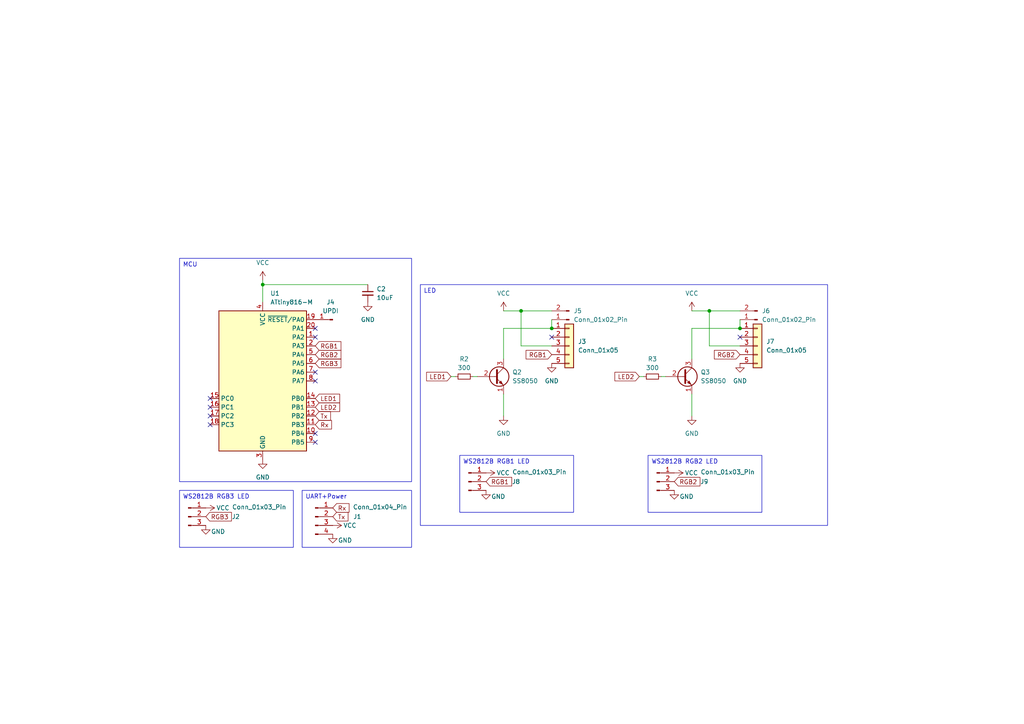
<source format=kicad_sch>
(kicad_sch (version 20250114) (generator "eeschema") (generator_version "9.0")
  (paper "A4")
  (lib_symbols
    (symbol "Connector:Conn_01x01_Pin" (pin_names (offset 1.016) (hide yes))
      (property "Reference" "J" (at 0 2.54 0))
      (property "Value" "Conn_01x01_Pin" (at 0 -2.54 0))
      (symbol "Conn_01x01_Pin_1_1"
        (rectangle (start 0.8636 0.127) (end 0 -0.127) (stroke (width 0.1524)) (fill (type outline)))
        (polyline (pts (xy 1.27 0) (xy 0.8636 0)) (stroke (width 0.1524)))
        (pin passive line (at 5.08 0 180) (length 3.81) (name "Pin_1") (number "1"))
      )
    )
    (symbol "Connector:Conn_01x02_Pin" (pin_names (offset 1.016) (hide yes))
      (property "Reference" "J" (at 0 2.54 0))
      (property "Value" "Conn_01x02_Pin" (at 0 -5.08 0))
      (symbol "Conn_01x02_Pin_1_1"
        (rectangle (start 0.8636 0.127) (end 0 -0.127) (stroke (width 0.1524)) (fill (type outline)))
        (rectangle (start 0.8636 -2.413) (end 0 -2.667) (stroke (width 0.1524)) (fill (type outline)))
        (polyline (pts (xy 1.27 0) (xy 0.8636 0)) (stroke (width 0.1524)))
        (polyline (pts (xy 1.27 -2.54) (xy 0.8636 -2.54)) (stroke (width 0.1524)))
        (pin passive line (at 5.08 0 180) (length 3.81) (name "Pin_1") (number "1"))
        (pin passive line (at 5.08 -2.54 180) (length 3.81) (name "Pin_2") (number "2"))
      )
    )
    (symbol "Connector:Conn_01x03_Pin" (pin_names (offset 1.016) (hide yes))
      (property "Reference" "J" (at 0 5.08 0))
      (property "Value" "Conn_01x03_Pin" (at 0 -5.08 0))
      (symbol "Conn_01x03_Pin_1_1"
        (rectangle (start 0.8636 2.667) (end 0 2.413) (stroke (width 0.1524)) (fill (type outline)))
        (rectangle (start 0.8636 0.127) (end 0 -0.127) (stroke (width 0.1524)) (fill (type outline)))
        (rectangle (start 0.8636 -2.413) (end 0 -2.667) (stroke (width 0.1524)) (fill (type outline)))
        (polyline (pts (xy 1.27 2.54) (xy 0.8636 2.54)) (stroke (width 0.1524)))
        (polyline (pts (xy 1.27 0) (xy 0.8636 0)) (stroke (width 0.1524)))
        (polyline (pts (xy 1.27 -2.54) (xy 0.8636 -2.54)) (stroke (width 0.1524)))
        (pin passive line (at 5.08 2.54 180) (length 3.81) (name "Pin_1") (number "1"))
        (pin passive line (at 5.08 0 180) (length 3.81) (name "Pin_2") (number "2"))
        (pin passive line (at 5.08 -2.54 180) (length 3.81) (name "Pin_3") (number "3"))
      )
    )
    (symbol "Connector:Conn_01x04_Pin" (pin_names (offset 1.016) (hide yes))
      (property "Reference" "J" (at 0 5.08 0))
      (property "Value" "Conn_01x04_Pin" (at 0 -7.62 0))
      (symbol "Conn_01x04_Pin_1_1"
        (rectangle (start 0.8636 2.667) (end 0 2.413) (stroke (width 0.1524)) (fill (type outline)))
        (rectangle (start 0.8636 0.127) (end 0 -0.127) (stroke (width 0.1524)) (fill (type outline)))
        (rectangle (start 0.8636 -2.413) (end 0 -2.667) (stroke (width 0.1524)) (fill (type outline)))
        (rectangle (start 0.8636 -4.953) (end 0 -5.207) (stroke (width 0.1524)) (fill (type outline)))
        (polyline (pts (xy 1.27 2.54) (xy 0.8636 2.54)) (stroke (width 0.1524)))
        (polyline (pts (xy 1.27 0) (xy 0.8636 0)) (stroke (width 0.1524)))
        (polyline (pts (xy 1.27 -2.54) (xy 0.8636 -2.54)) (stroke (width 0.1524)))
        (polyline (pts (xy 1.27 -5.08) (xy 0.8636 -5.08)) (stroke (width 0.1524)))
        (pin passive line (at 5.08 2.54 180) (length 3.81) (name "Pin_1") (number "1"))
        (pin passive line (at 5.08 0 180) (length 3.81) (name "Pin_2") (number "2"))
        (pin passive line (at 5.08 -2.54 180) (length 3.81) (name "Pin_3") (number "3"))
        (pin passive line (at 5.08 -5.08 180) (length 3.81) (name "Pin_4") (number "4"))
      )
    )
    (symbol "Connector_Generic:Conn_01x05" (pin_names (offset 1.016) (hide yes))
      (property "Reference" "J" (at 0 7.62 0))
      (property "Value" "Conn_01x05" (at 0 -7.62 0))
      (symbol "Conn_01x05_1_1"
        (rectangle (start -1.27 6.35) (end 1.27 -6.35) (stroke (width 0.254)) (fill (type background)))
        (rectangle (start -1.27 5.207) (end 0 4.953) (stroke (width 0.1524)))
        (rectangle (start -1.27 2.667) (end 0 2.413) (stroke (width 0.1524)))
        (rectangle (start -1.27 0.127) (end 0 -0.127) (stroke (width 0.1524)))
        (rectangle (start -1.27 -2.413) (end 0 -2.667) (stroke (width 0.1524)))
        (rectangle (start -1.27 -4.953) (end 0 -5.207) (stroke (width 0.1524)))
        (pin passive line (at -5.08 5.08 0) (length 3.81) (name "Pin_1") (number "1"))
        (pin passive line (at -5.08 2.54 0) (length 3.81) (name "Pin_2") (number "2"))
        (pin passive line (at -5.08 0 0) (length 3.81) (name "Pin_3") (number "3"))
        (pin passive line (at -5.08 -2.54 0) (length 3.81) (name "Pin_4") (number "4"))
        (pin passive line (at -5.08 -5.08 0) (length 3.81) (name "Pin_5") (number "5"))
      )
    )
    (symbol "Device:C_Small" (pin_numbers (hide yes)) (pin_names (offset 0.254) (hide yes))
      (property "Reference" "C" (at 0.254 1.778 0))
      (property "Value" "C_Small" (at 0.254 -2.032 0))
      (symbol "C_Small_0_1"
        (polyline (pts (xy -1.524 0.508) (xy 1.524 0.508)) (stroke (width 0.3048)))
        (polyline (pts (xy -1.524 -0.508) (xy 1.524 -0.508)) (stroke (width 0.3302)))
      )
      (symbol "C_Small_1_1"
        (pin passive line (at 0 2.54 270) (length 2.032) (name "~") (number "1"))
        (pin passive line (at 0 -2.54 90) (length 2.032) (name "~") (number "2"))
      )
    )
    (symbol "Device:R_Small" (pin_numbers (hide yes)) (pin_names (offset 0.254) (hide yes))
      (property "Reference" "R" (at 0.762 0.508 0))
      (property "Value" "R_Small" (at 0.762 -1.016 0))
      (symbol "R_Small_0_1"
        (rectangle (start -0.762 1.778) (end 0.762 -1.778) (stroke (width 0.2032)))
      )
      (symbol "R_Small_1_1"
        (pin passive line (at 0 2.54 270) (length 0.762) (name "~") (number "1"))
        (pin passive line (at 0 -2.54 90) (length 0.762) (name "~") (number "2"))
      )
    )
    (symbol "MCU_Microchip_ATtiny:ATtiny816-M"
      (property "Reference" "U" (at -12.7 21.59 0))
      (property "Value" "ATtiny816-M" (at 2.54 -21.59 0))
      (symbol "ATtiny816-M_0_1"
        (rectangle (start -12.7 -20.32) (end 12.7 20.32) (stroke (width 0.254)) (fill (type background)))
      )
      (symbol "ATtiny816-M_1_1"
        (pin bidirectional line (at -15.24 -5.08 0) (length 2.54) (name "PC0") (number "15"))
        (pin bidirectional line (at -15.24 -7.62 0) (length 2.54) (name "PC1") (number "16"))
        (pin bidirectional line (at -15.24 -10.16 0) (length 2.54) (name "PC2") (number "17"))
        (pin bidirectional line (at -15.24 -12.7 0) (length 2.54) (name "PC3") (number "18"))
        (pin power_in line (at 0 22.86 270) (length 2.54) (name "VCC") (number "4"))
        (pin passive line (at 0 -22.86 90) (length 2.54) (hide yes) (name "GND") (number "21"))
        (pin power_in line (at 0 -22.86 90) (length 2.54) (name "GND") (number "3"))
        (pin bidirectional line (at 15.24 17.78 180) (length 2.54) (name "~{RESET}/PA0") (number "19"))
        (pin bidirectional line (at 15.24 15.24 180) (length 2.54) (name "PA1") (number "20"))
        (pin bidirectional line (at 15.24 12.7 180) (length 2.54) (name "PA2") (number "1"))
        (pin bidirectional line (at 15.24 10.16 180) (length 2.54) (name "PA3") (number "2"))
        (pin bidirectional line (at 15.24 7.62 180) (length 2.54) (name "PA4") (number "5"))
        (pin bidirectional line (at 15.24 5.08 180) (length 2.54) (name "PA5") (number "6"))
        (pin bidirectional line (at 15.24 2.54 180) (length 2.54) (name "PA6") (number "7"))
        (pin bidirectional line (at 15.24 0 180) (length 2.54) (name "PA7") (number "8"))
        (pin bidirectional line (at 15.24 -5.08 180) (length 2.54) (name "PB0") (number "14"))
        (pin bidirectional line (at 15.24 -7.62 180) (length 2.54) (name "PB1") (number "13"))
        (pin bidirectional line (at 15.24 -10.16 180) (length 2.54) (name "PB2") (number "12"))
        (pin bidirectional line (at 15.24 -12.7 180) (length 2.54) (name "PB3") (number "11"))
        (pin bidirectional line (at 15.24 -15.24 180) (length 2.54) (name "PB4") (number "10"))
        (pin bidirectional line (at 15.24 -17.78 180) (length 2.54) (name "PB5") (number "9"))
      )
    )
    (symbol "Transistor_BJT:S8050" (pin_names (offset 0) (hide yes))
      (property "Reference" "Q" (at 5.08 1.905 0))
      (property "Value" "S8050" (at 5.08 0 0))
      (symbol "S8050_0_1"
        (polyline (pts (xy 0 0) (xy 0.635 0)))
        (polyline (pts (xy 0.635 1.905) (xy 0.635 -1.905) (xy 0.635 -1.905)) (stroke (width 0.508)))
        (polyline (pts (xy 0.635 0.635) (xy 2.54 2.54)))
        (polyline (pts (xy 0.635 -0.635) (xy 2.54 -2.54) (xy 2.54 -2.54)))
        (circle (center 1.27 0) (radius 2.8194) (stroke (width 0.254)))
        (polyline (pts (xy 1.27 -1.778) (xy 1.778 -1.27) (xy 2.286 -2.286) (xy 1.27 -1.778) (xy 1.27 -1.778)) (fill (type outline)))
      )
      (symbol "S8050_1_1"
        (pin input line (at -5.08 0 0) (length 5.08) (name "B") (number "2"))
        (pin passive line (at 2.54 5.08 270) (length 2.54) (name "C") (number "3"))
        (pin passive line (at 2.54 -5.08 90) (length 2.54) (name "E") (number "1"))
      )
    )
    (symbol "power:GND" (power) (pin_names (offset 0))
      (property "Value" "GND" (at 0 -3.81 0))
      (symbol "GND_0_1"
        (polyline (pts (xy 0 0) (xy 0 -1.27) (xy 1.27 -1.27) (xy 0 -2.54) (xy -1.27 -1.27) (xy 0 -1.27)))
      )
      (symbol "GND_1_1"
        (pin power_in line (at 0 0 270) (length 0) (hide yes) (name "GND") (number "1"))
      )
    )
    (symbol "power:VCC" (power) (pin_names (offset 0))
      (property "Value" "VCC" (at 0 3.81 0))
      (symbol "VCC_0_1"
        (polyline (pts (xy -0.762 1.27) (xy 0 2.54)))
        (polyline (pts (xy 0 2.54) (xy 0.762 1.27)))
        (polyline (pts (xy 0 0) (xy 0 2.54)))
      )
      (symbol "VCC_1_1"
        (pin power_in line (at 0 0 90) (length 0) (hide yes) (name "VCC") (number "1"))
      )
    )
  )
  (text_box "LED" (at 121.92 82.55 0) (size 118.11 69.85) (margins 0.9525 0.9525 0.9525 0.9525) (effects (font (size 1.27 1.27)) (justify left top)))
  (text_box "MCU" (at 52.07 74.93 0) (size 67.31 64.77) (margins 0.9525 0.9525 0.9525 0.9525) (effects (font (size 1.27 1.27)) (justify left top)))
  (text_box "WS2812B RGB2 LED" (at 187.96 132.08 0) (size 33.02 16.51) (margins 0.9525 0.9525 0.9525 0.9525) (effects (font (size 1.27 1.27)) (justify left top)))
  (text_box "UART+Power" (at 87.63 142.24 0) (size 31.75 16.51) (margins 0.9525 0.9525 0.9525 0.9525) (effects (font (size 1.27 1.27)) (justify left top)))
  (text_box "WS2812B RGB1 LED" (at 133.35 132.08 0) (size 33.02 16.51) (margins 0.9525 0.9525 0.9525 0.9525) (effects (font (size 1.27 1.27)) (justify left top)))
  (text_box "WS2812B RGB3 LED" (at 52.07 142.24 0) (size 33.02 16.51) (margins 0.9525 0.9525 0.9525 0.9525) (effects (font (size 1.27 1.27)) (justify left top)))
  (junction (at 160.02 95.25))
  (junction (at 76.2 82.55))
  (junction (at 214.63 95.25))
  (junction (at 151.13 90.17))
  (junction (at 205.74 90.17))
  (no_connect (at 91.44 110.49))
  (no_connect (at 91.44 107.95))
  (no_connect (at 60.96 118.11))
  (no_connect (at 214.63 97.79))
  (no_connect (at 160.02 97.79))
  (no_connect (at 60.96 115.57))
  (no_connect (at 91.44 95.25))
  (no_connect (at 91.44 97.79))
  (no_connect (at 60.96 123.19))
  (no_connect (at 91.44 125.73))
  (no_connect (at 91.44 128.27))
  (no_connect (at 60.96 120.65))
  (wire (pts (xy 205.74 90.17) (xy 214.63 90.17)))
  (wire (pts (xy 76.2 82.55) (xy 76.2 87.63)))
  (wire (pts (xy 200.66 114.3) (xy 200.66 120.65)))
  (wire (pts (xy 200.66 104.14) (xy 200.66 95.25)))
  (wire (pts (xy 186.69 109.22) (xy 185.42 109.22)))
  (wire (pts (xy 146.05 114.3) (xy 146.05 120.65)))
  (wire (pts (xy 200.66 90.17) (xy 205.74 90.17)))
  (wire (pts (xy 146.05 95.25) (xy 160.02 95.25)))
  (wire (pts (xy 191.77 109.22) (xy 193.04 109.22)))
  (wire (pts (xy 106.68 82.55) (xy 76.2 82.55)))
  (wire (pts (xy 146.05 95.25) (xy 146.05 104.14)))
  (wire (pts (xy 214.63 100.33) (xy 205.74 100.33)))
  (wire (pts (xy 76.2 81.28) (xy 76.2 82.55)))
  (wire (pts (xy 151.13 90.17) (xy 160.02 90.17)))
  (wire (pts (xy 160.02 100.33) (xy 151.13 100.33)))
  (wire (pts (xy 151.13 100.33) (xy 151.13 90.17)))
  (wire (pts (xy 146.05 90.17) (xy 151.13 90.17)))
  (wire (pts (xy 137.16 109.22) (xy 138.43 109.22)))
  (wire (pts (xy 200.66 95.25) (xy 214.63 95.25)))
  (wire (pts (xy 214.63 92.71) (xy 214.63 95.25)))
  (wire (pts (xy 160.02 92.71) (xy 160.02 95.25)))
  (wire (pts (xy 132.08 109.22) (xy 130.81 109.22)))
  (wire (pts (xy 205.74 100.33) (xy 205.74 90.17)))
  (global_label "RGB1" (shape input) (at 140.97 139.7 0) (property "Intersheetrefs" "${INTERSHEET_REFS}" (effects (hide yes))))
  (global_label "LED1" (shape input) (at 130.81 109.22 180) (property "Intersheetrefs" "${INTERSHEET_REFS}" (effects (hide yes))))
  (global_label "Rx" (shape input) (at 96.52 147.32 0) (property "Intersheetrefs" "${INTERSHEET_REFS}" (effects (hide yes))))
  (global_label "RGB2" (shape input) (at 91.44 102.87 0) (property "Intersheetrefs" "${INTERSHEET_REFS}" (effects (hide yes))))
  (global_label "RGB2" (shape input) (at 214.63 102.87 180) (property "Intersheetrefs" "${INTERSHEET_REFS}" (effects (hide yes))))
  (global_label "LED2" (shape input) (at 185.42 109.22 180) (property "Intersheetrefs" "${INTERSHEET_REFS}" (effects (hide yes))))
  (global_label "Tx" (shape input) (at 91.44 120.65 0) (property "Intersheetrefs" "${INTERSHEET_REFS}" (effects (hide yes))))
  (global_label "RGB3" (shape input) (at 59.69 149.86 0) (property "Intersheetrefs" "${INTERSHEET_REFS}" (effects (hide yes))))
  (global_label "RGB1" (shape input) (at 160.02 102.87 180) (property "Intersheetrefs" "${INTERSHEET_REFS}" (effects (hide yes))))
  (global_label "RGB1" (shape input) (at 91.44 100.33 0) (property "Intersheetrefs" "${INTERSHEET_REFS}" (effects (hide yes))))
  (global_label "RGB2" (shape input) (at 195.58 139.7 0) (property "Intersheetrefs" "${INTERSHEET_REFS}" (effects (hide yes))))
  (global_label "Tx" (shape input) (at 96.52 149.86 0) (property "Intersheetrefs" "${INTERSHEET_REFS}" (effects (hide yes))))
  (global_label "LED1" (shape input) (at 91.44 115.57 0) (property "Intersheetrefs" "${INTERSHEET_REFS}" (effects (hide yes))))
  (global_label "RGB3" (shape input) (at 91.44 105.41 0) (property "Intersheetrefs" "${INTERSHEET_REFS}" (effects (hide yes))))
  (global_label "Rx" (shape input) (at 91.44 123.19 0) (property "Intersheetrefs" "${INTERSHEET_REFS}" (effects (hide yes))))
  (global_label "LED2" (shape input) (at 91.44 118.11 0) (property "Intersheetrefs" "${INTERSHEET_REFS}" (effects (hide yes))))
  (symbol (lib_id "MCU_Microchip_ATtiny:ATtiny816-M") (at 76.2 110.49 0) (unit 1)
    (property "Reference" "U1" (at 78.3941 85.09 0) (effects (justify left)))
    (property "Value" "ATtiny816-M" (at 78.3941 87.63 0) (effects (justify left)))
    (property "Footprint" "Package_DFN_QFN:VQFN-20-1EP_3x3mm_P0.4mm_EP1.7x1.7mm" (effects (hide yes)))
    (property "Datasheet" "http://ww1.microchip.com/downloads/en/DeviceDoc/40001913A.pdf" (effects (hide yes)))
  )
  (symbol (lib_id "power:GND") (at 96.52 154.94 0) (unit 1)
    (property "Reference" "#PWR011" (effects (hide yes)))
    (property "Value" "GND" (at 100.076 156.718 0))
  )
  (symbol (lib_id "Connector:Conn_01x03_Pin") (at 54.61 149.86 0) (unit 1)
    (property "Reference" "J2" (at 69.596 149.86 0) (effects (justify right)))
    (property "Value" "Conn_01x03_Pin" (at 83.058 147.066 0) (effects (justify right)))
    (property "Footprint" "MyLib:SolderPad_01x03_1.5mm" (effects (hide yes)))
    (property "Description" "Generic connector, single row, 01x03, script generated" (effects (hide yes)))
  )
  (symbol (lib_id "Transistor_BJT:S8050") (at 198.12 109.22 0) (unit 1)
    (property "Reference" "Q3" (at 203.2 107.95 0) (effects (justify left)))
    (property "Value" "SS8050" (at 203.2 110.49 0) (effects (justify left)))
    (property "Footprint" "MyLib:SOT-23 SS8050" (effects (hide yes)))
    (property "Datasheet" "http://www.unisonic.com.tw/datasheet/S8050.pdf" (effects (hide yes)))
  )
  (symbol (lib_id "power:VCC") (at 200.66 90.17 0) (unit 1)
    (property "Reference" "#PWR07" (effects (hide yes)))
    (property "Value" "VCC" (at 200.66 85.09 0))
  )
  (symbol (lib_id "power:VCC") (at 146.05 90.17 0) (unit 1)
    (property "Reference" "#PWR06" (effects (hide yes)))
    (property "Value" "VCC" (at 146.05 85.09 0))
  )
  (symbol (lib_id "power:GND") (at 214.63 105.41 0) (unit 1)
    (property "Reference" "#PWR016" (effects (hide yes)))
    (property "Value" "GND" (at 214.63 110.49 0))
  )
  (symbol (lib_id "Connector:Conn_01x04_Pin") (at 91.44 149.86 0) (unit 1)
    (property "Reference" "J1" (at 103.632 149.86 0))
    (property "Value" "Conn_01x04_Pin" (at 110.236 147.066 0))
    (property "Footprint" "MyLib:SolderPad_01x04_1.5mm" (effects (hide yes)))
    (property "Description" "Generic connector, single row, 01x04, script generated" (effects (hide yes)))
  )
  (symbol (lib_id "power:VCC") (at 140.97 137.16 270) (unit 1)
    (property "Reference" "#PWR017" (effects (hide yes)))
    (property "Value" "VCC" (at 144.018 137.16 90) (effects (justify left)))
  )
  (symbol (lib_id "power:GND") (at 106.68 87.63 0) (unit 1)
    (property "Reference" "#PWR013" (effects (hide yes)))
    (property "Value" "GND" (at 106.68 92.71 0))
  )
  (symbol (lib_id "Connector_Generic:Conn_01x05") (at 219.71 100.33 0) (unit 1)
    (property "Reference" "J7" (at 222.25 99.0599 0) (effects (justify left)))
    (property "Value" "Conn_01x05" (at 222.25 101.5999 0) (effects (justify left)))
    (property "Footprint" "Connector_JST:JST_GH_SM05B-GHS-TB_1x05-1MP_P1.25mm_Horizontal" (effects (hide yes)))
    (property "Description" "Generic connector, single row, 01x05, script generated (kicad-library-utils/schlib/autogen/connector/)" (effects (hide yes)))
  )
  (symbol (lib_id "power:GND") (at 76.2 133.35 0) (unit 1)
    (property "Reference" "#PWR05" (effects (hide yes)))
    (property "Value" "GND" (at 76.2 138.43 0))
  )
  (symbol (lib_id "power:VCC") (at 96.52 152.4 270) (unit 1)
    (property "Reference" "#PWR08" (effects (hide yes)))
    (property "Value" "VCC" (at 99.568 152.4 90) (effects (justify left)))
  )
  (symbol (lib_id "Connector:Conn_01x02_Pin") (at 165.1 92.71 180) (unit 1)
    (property "Reference" "J5" (at 166.37 90.1699 0) (effects (justify right)))
    (property "Value" "Conn_01x02_Pin" (at 166.37 92.7099 0) (effects (justify right)))
    (property "Footprint" "MyLib:SolderPad_01x02_1.5mm" (effects (hide yes)))
    (property "Description" "Generic connector, single row, 01x02, script generated" (effects (hide yes)))
  )
  (symbol (lib_id "Transistor_BJT:S8050") (at 143.51 109.22 0) (unit 1)
    (property "Reference" "Q2" (at 148.59 107.95 0) (effects (justify left)))
    (property "Value" "SS8050" (at 148.59 110.49 0) (effects (justify left)))
    (property "Footprint" "MyLib:SOT-23 SS8050" (effects (hide yes)))
    (property "Datasheet" "http://www.unisonic.com.tw/datasheet/S8050.pdf" (effects (hide yes)))
  )
  (symbol (lib_id "power:GND") (at 160.02 105.41 0) (unit 1)
    (property "Reference" "#PWR015" (effects (hide yes)))
    (property "Value" "GND" (at 160.02 110.49 0))
  )
  (symbol (lib_id "Connector_Generic:Conn_01x05") (at 165.1 100.33 0) (unit 1)
    (property "Reference" "J3" (at 167.64 99.0599 0) (effects (justify left)))
    (property "Value" "Conn_01x05" (at 167.64 101.5999 0) (effects (justify left)))
    (property "Footprint" "Connector_JST:JST_GH_SM05B-GHS-TB_1x05-1MP_P1.25mm_Horizontal" (effects (hide yes)))
    (property "Description" "Generic connector, single row, 01x05, script generated (kicad-library-utils/schlib/autogen/connector/)" (effects (hide yes)))
  )
  (symbol (lib_id "power:GND") (at 140.97 142.24 0) (unit 1)
    (property "Reference" "#PWR018" (effects (hide yes)))
    (property "Value" "GND" (at 144.526 144.018 0))
  )
  (symbol (lib_id "power:GND") (at 146.05 120.65 0) (unit 1)
    (property "Reference" "#PWR012" (effects (hide yes)))
    (property "Value" "GND" (at 146.05 125.73 0))
  )
  (symbol (lib_id "Connector:Conn_01x03_Pin") (at 190.5 139.7 0) (unit 1)
    (property "Reference" "J9" (at 205.486 139.7 0) (effects (justify right)))
    (property "Value" "Conn_01x03_Pin" (at 218.948 136.906 0) (effects (justify right)))
    (property "Footprint" "MyLib:SolderPad_01x03_1.5mm" (effects (hide yes)))
    (property "Description" "Generic connector, single row, 01x03, script generated" (effects (hide yes)))
  )
  (symbol (lib_id "Device:R_Small") (at 189.23 109.22 90) (unit 1)
    (property "Reference" "R3" (at 189.23 104.14 90))
    (property "Value" "300" (at 189.23 106.68 90))
    (property "Footprint" "Resistor_SMD:R_0603_1608Metric_Pad0.98x0.95mm_HandSolder" (effects (hide yes)))
  )
  (symbol (lib_id "Device:C_Small") (at 106.68 85.09 0) (unit 1)
    (property "Reference" "C2" (at 109.22 83.82 0) (effects (justify left)))
    (property "Value" "10uF" (at 109.22 86.36 0) (effects (justify left)))
    (property "Footprint" "Capacitor_SMD:C_0603_1608Metric_Pad1.08x0.95mm_HandSolder" (effects (hide yes)))
  )
  (symbol (lib_id "Connector:Conn_01x03_Pin") (at 135.89 139.7 0) (unit 1)
    (property "Reference" "J8" (at 150.876 139.7 0) (effects (justify right)))
    (property "Value" "Conn_01x03_Pin" (at 164.338 136.906 0) (effects (justify right)))
    (property "Footprint" "MyLib:SolderPad_01x03_1.5mm" (effects (hide yes)))
    (property "Description" "Generic connector, single row, 01x03, script generated" (effects (hide yes)))
  )
  (symbol (lib_id "power:VCC") (at 76.2 81.28 0) (unit 1)
    (property "Reference" "#PWR04" (effects (hide yes)))
    (property "Value" "VCC" (at 76.2 76.2 0))
  )
  (symbol (lib_id "Connector:Conn_01x02_Pin") (at 219.71 92.71 180) (unit 1)
    (property "Reference" "J6" (at 220.98 90.1699 0) (effects (justify right)))
    (property "Value" "Conn_01x02_Pin" (at 220.98 92.7099 0) (effects (justify right)))
    (property "Footprint" "MyLib:SolderPad_01x02_1.5mm" (effects (hide yes)))
    (property "Description" "Generic connector, single row, 01x02, script generated" (effects (hide yes)))
  )
  (symbol (lib_id "power:GND") (at 200.66 120.65 0) (unit 1)
    (property "Reference" "#PWR014" (effects (hide yes)))
    (property "Value" "GND" (at 200.66 125.73 0))
  )
  (symbol (lib_id "Connector:Conn_01x01_Pin") (at 96.52 92.71 180) (unit 1)
    (property "Reference" "J4" (at 95.885 87.63 0))
    (property "Value" "UPDI" (at 95.885 90.17 0))
    (property "Footprint" "MyLib:SolderPad_01x01_1.2mm" (effects (hide yes)))
    (property "Description" "Generic connector, single row, 01x01, script generated" (effects (hide yes)))
  )
  (symbol (lib_id "Device:R_Small") (at 134.62 109.22 90) (unit 1)
    (property "Reference" "R2" (at 134.62 104.14 90))
    (property "Value" "300" (at 134.62 106.68 90))
    (property "Footprint" "Resistor_SMD:R_0603_1608Metric_Pad0.98x0.95mm_HandSolder" (effects (hide yes)))
  )
  (symbol (lib_id "power:VCC") (at 59.69 147.32 270) (unit 1)
    (property "Reference" "#PWR09" (effects (hide yes)))
    (property "Value" "VCC" (at 62.738 147.32 90) (effects (justify left)))
  )
  (symbol (lib_id "power:VCC") (at 195.58 137.16 270) (unit 1)
    (property "Reference" "#PWR019" (effects (hide yes)))
    (property "Value" "VCC" (at 198.628 137.16 90) (effects (justify left)))
  )
  (symbol (lib_id "power:GND") (at 59.69 152.4 0) (unit 1)
    (property "Reference" "#PWR010" (effects (hide yes)))
    (property "Value" "GND" (at 63.246 154.178 0))
  )
  (symbol (lib_id "power:GND") (at 195.58 142.24 0) (unit 1)
    (property "Reference" "#PWR020" (effects (hide yes)))
    (property "Value" "GND" (at 199.136 144.018 0))
  )
)
</source>
